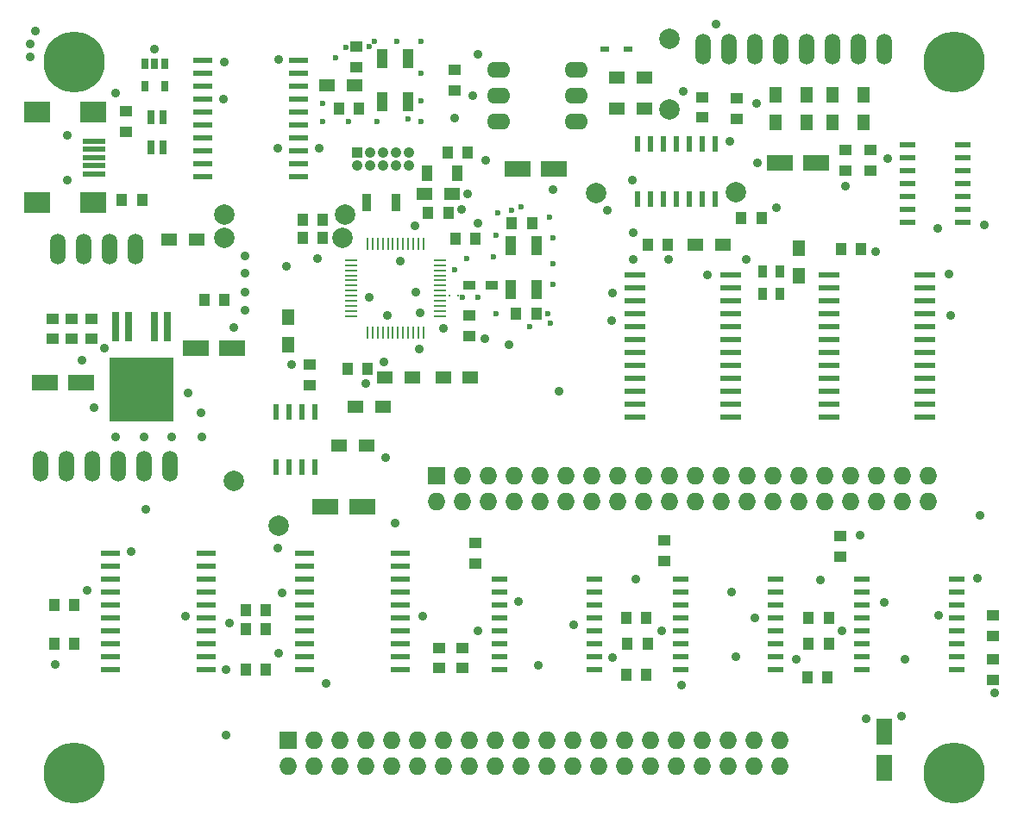
<source format=gbr>
G04 #@! TF.FileFunction,Soldermask,Bot*
%FSLAX46Y46*%
G04 Gerber Fmt 4.6, Leading zero omitted, Abs format (unit mm)*
G04 Created by KiCad (PCBNEW 4.0.2-4+6225~38~ubuntu15.04.1-stable) date Do 03 Mär 2016 01:00:01 CET*
%MOMM*%
G01*
G04 APERTURE LIST*
%ADD10C,0.150000*%
%ADD11R,0.600000X1.550000*%
%ADD12O,1.506220X3.014980*%
%ADD13R,2.000000X0.600000*%
%ADD14R,1.950000X0.600000*%
%ADD15R,2.600960X1.600200*%
%ADD16R,1.600200X2.600960*%
%ADD17R,1.000000X1.600000*%
%ADD18R,0.800000X3.000000*%
%ADD19R,6.300000X6.300000*%
%ADD20R,1.100000X1.900000*%
%ADD21R,1.500000X0.600000*%
%ADD22R,0.600000X1.500000*%
%ADD23O,2.286000X1.574800*%
%ADD24R,1.300000X0.250000*%
%ADD25R,0.250000X1.300000*%
%ADD26C,6.000000*%
%ADD27R,1.000000X1.250000*%
%ADD28R,1.250000X1.000000*%
%ADD29R,1.727200X1.727200*%
%ADD30O,1.727200X1.727200*%
%ADD31R,1.050000X1.050000*%
%ADD32C,1.050000*%
%ADD33R,0.650000X1.060000*%
%ADD34R,0.800000X1.400000*%
%ADD35R,1.200000X0.900000*%
%ADD36R,1.500000X1.300000*%
%ADD37R,1.300000X1.500000*%
%ADD38R,0.200000X0.200000*%
%ADD39R,2.301240X0.500380*%
%ADD40R,2.499360X1.998980*%
%ADD41C,0.899160*%
%ADD42R,0.900000X0.600000*%
%ADD43R,0.900000X1.700000*%
%ADD44R,0.900000X1.200000*%
%ADD45C,2.000000*%
%ADD46C,0.889000*%
%ADD47C,0.600000*%
G04 APERTURE END LIST*
D10*
D11*
X36322000Y-49944000D03*
X35052000Y-49944000D03*
X33782000Y-49944000D03*
X32512000Y-49944000D03*
X32512000Y-44544000D03*
X33782000Y-44544000D03*
X35052000Y-44544000D03*
X36322000Y-44544000D03*
D12*
X92202000Y-8890000D03*
X89662000Y-8890000D03*
X74422000Y-8890000D03*
X76962000Y-8890000D03*
X79502000Y-8890000D03*
X82042000Y-8890000D03*
X84582000Y-8890000D03*
X87122000Y-8890000D03*
X11049000Y-28575000D03*
X13589000Y-28575000D03*
X16129000Y-28575000D03*
X18669000Y-28575000D03*
D13*
X96140000Y-31115000D03*
X96140000Y-32385000D03*
X96140000Y-33655000D03*
X96140000Y-34925000D03*
X96140000Y-36195000D03*
X96140000Y-37465000D03*
X96140000Y-38735000D03*
X96140000Y-40005000D03*
X96140000Y-41275000D03*
X96140000Y-42545000D03*
X96140000Y-43815000D03*
X96140000Y-45085000D03*
X86740000Y-45085000D03*
X86740000Y-43815000D03*
X86740000Y-42545000D03*
X86740000Y-41275000D03*
X86740000Y-40005000D03*
X86740000Y-38735000D03*
X86740000Y-37465000D03*
X86740000Y-36195000D03*
X86740000Y-34925000D03*
X86740000Y-33655000D03*
X86740000Y-32385000D03*
X86740000Y-31115000D03*
D14*
X35305000Y-69850000D03*
X35305000Y-68580000D03*
X35305000Y-67310000D03*
X35305000Y-66040000D03*
X35305000Y-64770000D03*
X35305000Y-63500000D03*
X35305000Y-62230000D03*
X35305000Y-60960000D03*
X35305000Y-59690000D03*
X35305000Y-58420000D03*
X44705000Y-58420000D03*
X44705000Y-59690000D03*
X44705000Y-60960000D03*
X44705000Y-62230000D03*
X44705000Y-63500000D03*
X44705000Y-64770000D03*
X44705000Y-66040000D03*
X44705000Y-67310000D03*
X44705000Y-68580000D03*
X44705000Y-69850000D03*
D15*
X37315140Y-53848000D03*
X40916860Y-53848000D03*
D16*
X92201000Y-79524860D03*
X92201000Y-75923140D03*
D15*
X85493860Y-20066000D03*
X81892140Y-20066000D03*
D17*
X47268000Y-21082000D03*
X50268000Y-21082000D03*
D15*
X56174640Y-20637500D03*
X59776360Y-20637500D03*
X24563340Y-38252400D03*
X28165060Y-38252400D03*
D12*
X9398000Y-49911000D03*
X11938000Y-49911000D03*
X14478000Y-49911000D03*
X17018000Y-49911000D03*
X19558000Y-49911000D03*
X22098000Y-49911000D03*
D18*
X16763000Y-36195000D03*
X18033000Y-36195000D03*
X20573000Y-36195000D03*
D19*
X19303000Y-42322000D03*
D18*
X21843000Y-36195000D03*
D20*
X55499000Y-28219400D03*
X58039000Y-32486600D03*
X55499000Y-32486600D03*
X58039000Y-28219400D03*
D14*
X16255000Y-69850000D03*
X16255000Y-68580000D03*
X16255000Y-67310000D03*
X16255000Y-66040000D03*
X16255000Y-64770000D03*
X16255000Y-63500000D03*
X16255000Y-62230000D03*
X16255000Y-60960000D03*
X16255000Y-59690000D03*
X16255000Y-58420000D03*
X25655000Y-58420000D03*
X25655000Y-59690000D03*
X25655000Y-60960000D03*
X25655000Y-62230000D03*
X25655000Y-63500000D03*
X25655000Y-64770000D03*
X25655000Y-66040000D03*
X25655000Y-67310000D03*
X25655000Y-68580000D03*
X25655000Y-69850000D03*
D21*
X63705000Y-60960000D03*
X63705000Y-62230000D03*
X63705000Y-63500000D03*
X63705000Y-64770000D03*
X63705000Y-66040000D03*
X63705000Y-67310000D03*
X63705000Y-68580000D03*
X63705000Y-69850000D03*
X54405000Y-69850000D03*
X54405000Y-68580000D03*
X54405000Y-67310000D03*
X54405000Y-66040000D03*
X54405000Y-64770000D03*
X54405000Y-63500000D03*
X54405000Y-62230000D03*
X54405000Y-60960000D03*
X81485000Y-60960000D03*
X81485000Y-62230000D03*
X81485000Y-63500000D03*
X81485000Y-64770000D03*
X81485000Y-66040000D03*
X81485000Y-67310000D03*
X81485000Y-68580000D03*
X81485000Y-69850000D03*
X72185000Y-69850000D03*
X72185000Y-68580000D03*
X72185000Y-67310000D03*
X72185000Y-66040000D03*
X72185000Y-64770000D03*
X72185000Y-63500000D03*
X72185000Y-62230000D03*
X72185000Y-60960000D03*
X99265000Y-60960000D03*
X99265000Y-62230000D03*
X99265000Y-63500000D03*
X99265000Y-64770000D03*
X99265000Y-66040000D03*
X99265000Y-67310000D03*
X99265000Y-68580000D03*
X99265000Y-69850000D03*
X89965000Y-69850000D03*
X89965000Y-68580000D03*
X89965000Y-67310000D03*
X89965000Y-66040000D03*
X89965000Y-64770000D03*
X89965000Y-63500000D03*
X89965000Y-62230000D03*
X89965000Y-60960000D03*
D22*
X75565000Y-23655000D03*
X74295000Y-23655000D03*
X73025000Y-23655000D03*
X71755000Y-23655000D03*
X70485000Y-23655000D03*
X69215000Y-23655000D03*
X67945000Y-23655000D03*
X67945000Y-18255000D03*
X69215000Y-18255000D03*
X70485000Y-18255000D03*
X71755000Y-18255000D03*
X73025000Y-18255000D03*
X74295000Y-18255000D03*
X75565000Y-18255000D03*
D14*
X34672000Y-10033000D03*
X34672000Y-11303000D03*
X34672000Y-12573000D03*
X34672000Y-13843000D03*
X34672000Y-15113000D03*
X34672000Y-16383000D03*
X34672000Y-17653000D03*
X34672000Y-18923000D03*
X34672000Y-20193000D03*
X34672000Y-21463000D03*
X25272000Y-21463000D03*
X25272000Y-20193000D03*
X25272000Y-18923000D03*
X25272000Y-17653000D03*
X25272000Y-16383000D03*
X25272000Y-15113000D03*
X25272000Y-13843000D03*
X25272000Y-12573000D03*
X25272000Y-11303000D03*
X25272000Y-10033000D03*
D23*
X61976000Y-10922000D03*
X61976000Y-13462000D03*
X61976000Y-16002000D03*
X54356000Y-16002000D03*
X54356000Y-13462000D03*
X54356000Y-10922000D03*
D13*
X77090000Y-31115000D03*
X77090000Y-32385000D03*
X77090000Y-33655000D03*
X77090000Y-34925000D03*
X77090000Y-36195000D03*
X77090000Y-37465000D03*
X77090000Y-38735000D03*
X77090000Y-40005000D03*
X77090000Y-41275000D03*
X77090000Y-42545000D03*
X77090000Y-43815000D03*
X77090000Y-45085000D03*
X67690000Y-45085000D03*
X67690000Y-43815000D03*
X67690000Y-42545000D03*
X67690000Y-41275000D03*
X67690000Y-40005000D03*
X67690000Y-38735000D03*
X67690000Y-37465000D03*
X67690000Y-36195000D03*
X67690000Y-34925000D03*
X67690000Y-33655000D03*
X67690000Y-32385000D03*
X67690000Y-31115000D03*
D20*
X42926000Y-9804400D03*
X45466000Y-14071600D03*
X42926000Y-14071600D03*
X45466000Y-9804400D03*
D24*
X48546000Y-29635000D03*
X48546000Y-30135000D03*
X48546000Y-30635000D03*
X48546000Y-31135000D03*
X48546000Y-31635000D03*
X48546000Y-32135000D03*
X48546000Y-32635000D03*
X48546000Y-33135000D03*
X48546000Y-33635000D03*
X48546000Y-34135000D03*
X48546000Y-34635000D03*
X48546000Y-35135000D03*
D25*
X46946000Y-36735000D03*
X46446000Y-36735000D03*
X45946000Y-36735000D03*
X45446000Y-36735000D03*
X44946000Y-36735000D03*
X44446000Y-36735000D03*
X43946000Y-36735000D03*
X43446000Y-36735000D03*
X42946000Y-36735000D03*
X42446000Y-36735000D03*
X41946000Y-36735000D03*
X41446000Y-36735000D03*
D24*
X39846000Y-35135000D03*
X39846000Y-34635000D03*
X39846000Y-34135000D03*
X39846000Y-33635000D03*
X39846000Y-33135000D03*
X39846000Y-32635000D03*
X39846000Y-32135000D03*
X39846000Y-31635000D03*
X39846000Y-31135000D03*
X39846000Y-30635000D03*
X39846000Y-30135000D03*
X39846000Y-29635000D03*
D25*
X41446000Y-28035000D03*
X41946000Y-28035000D03*
X42446000Y-28035000D03*
X42946000Y-28035000D03*
X43446000Y-28035000D03*
X43946000Y-28035000D03*
X44446000Y-28035000D03*
X44946000Y-28035000D03*
X45446000Y-28035000D03*
X45946000Y-28035000D03*
X46446000Y-28035000D03*
X46946000Y-28035000D03*
D26*
X12700000Y-10160000D03*
X99060000Y-10160000D03*
X99059000Y-80010000D03*
X12699000Y-80010000D03*
D27*
X35068000Y-27432000D03*
X37068000Y-27432000D03*
D28*
X40386000Y-10652000D03*
X40386000Y-8652000D03*
D27*
X40624000Y-14732000D03*
X38624000Y-14732000D03*
D28*
X102870000Y-70850000D03*
X102870000Y-68850000D03*
D27*
X84598000Y-70612000D03*
X86598000Y-70612000D03*
D28*
X90805000Y-20812000D03*
X90805000Y-18812000D03*
D27*
X55603900Y-25984200D03*
X57603900Y-25984200D03*
X58023000Y-34925000D03*
X56023000Y-34925000D03*
D28*
X77724000Y-15732000D03*
X77724000Y-13732000D03*
X50038000Y-12938000D03*
X50038000Y-10938000D03*
X102869000Y-66532000D03*
X102869000Y-64532000D03*
D27*
X87899000Y-28575000D03*
X89899000Y-28575000D03*
X39487600Y-40309800D03*
X41487600Y-40309800D03*
X68818000Y-70358000D03*
X66818000Y-70358000D03*
X84725000Y-64770000D03*
X86725000Y-64770000D03*
X66818000Y-64770000D03*
X68818000Y-64770000D03*
D28*
X51460400Y-37068000D03*
X51460400Y-35068000D03*
D27*
X47387000Y-25019000D03*
X49387000Y-25019000D03*
X84725000Y-67310000D03*
X86725000Y-67310000D03*
D28*
X50800000Y-67707000D03*
X50800000Y-69707000D03*
X52070000Y-59420000D03*
X52070000Y-57420000D03*
X35814000Y-41894000D03*
X35814000Y-39894000D03*
D27*
X66945000Y-67310000D03*
X68945000Y-67310000D03*
D28*
X87884000Y-58759600D03*
X87884000Y-56759600D03*
D27*
X78121000Y-25527000D03*
X80121000Y-25527000D03*
X12684000Y-63500000D03*
X10684000Y-63500000D03*
X50054000Y-27559000D03*
X52054000Y-27559000D03*
D28*
X48514000Y-69707000D03*
X48514000Y-67707000D03*
D27*
X31479000Y-65913000D03*
X29479000Y-65913000D03*
X12684000Y-67310000D03*
X10684000Y-67310000D03*
X29480000Y-69850000D03*
X31480000Y-69850000D03*
X68951600Y-28092400D03*
X70951600Y-28092400D03*
D28*
X70612000Y-59166000D03*
X70612000Y-57166000D03*
D29*
X33655000Y-76835000D03*
D30*
X33655000Y-79375000D03*
X36195000Y-76835000D03*
X36195000Y-79375000D03*
X38735000Y-76835000D03*
X38735000Y-79375000D03*
X41275000Y-76835000D03*
X41275000Y-79375000D03*
X43815000Y-76835000D03*
X43815000Y-79375000D03*
X46355000Y-76835000D03*
X46355000Y-79375000D03*
X48895000Y-76835000D03*
X48895000Y-79375000D03*
X51435000Y-76835000D03*
X51435000Y-79375000D03*
X53975000Y-76835000D03*
X53975000Y-79375000D03*
X56515000Y-76835000D03*
X56515000Y-79375000D03*
X59055000Y-76835000D03*
X59055000Y-79375000D03*
X61595000Y-76835000D03*
X61595000Y-79375000D03*
X64135000Y-76835000D03*
X64135000Y-79375000D03*
X66675000Y-76835000D03*
X66675000Y-79375000D03*
X69215000Y-76835000D03*
X69215000Y-79375000D03*
X71755000Y-76835000D03*
X71755000Y-79375000D03*
X74295000Y-76835000D03*
X74295000Y-79375000D03*
X76835000Y-76835000D03*
X76835000Y-79375000D03*
X79375000Y-76835000D03*
X79375000Y-79375000D03*
X81915000Y-76835000D03*
X81915000Y-79375000D03*
D29*
X48260000Y-50800000D03*
D30*
X48260000Y-53340000D03*
X50800000Y-50800000D03*
X50800000Y-53340000D03*
X53340000Y-50800000D03*
X53340000Y-53340000D03*
X55880000Y-50800000D03*
X55880000Y-53340000D03*
X58420000Y-50800000D03*
X58420000Y-53340000D03*
X60960000Y-50800000D03*
X60960000Y-53340000D03*
X63500000Y-50800000D03*
X63500000Y-53340000D03*
X66040000Y-50800000D03*
X66040000Y-53340000D03*
X68580000Y-50800000D03*
X68580000Y-53340000D03*
X71120000Y-50800000D03*
X71120000Y-53340000D03*
X73660000Y-50800000D03*
X73660000Y-53340000D03*
X76200000Y-50800000D03*
X76200000Y-53340000D03*
X78740000Y-50800000D03*
X78740000Y-53340000D03*
X81280000Y-50800000D03*
X81280000Y-53340000D03*
X83820000Y-50800000D03*
X83820000Y-53340000D03*
X86360000Y-50800000D03*
X86360000Y-53340000D03*
X88900000Y-50800000D03*
X88900000Y-53340000D03*
X91440000Y-50800000D03*
X91440000Y-53340000D03*
X93980000Y-50800000D03*
X93980000Y-53340000D03*
X96520000Y-50800000D03*
X96520000Y-53340000D03*
D31*
X40436800Y-19050000D03*
D32*
X41706800Y-19050000D03*
X42976800Y-19050000D03*
X44246800Y-19050000D03*
X45516800Y-19050000D03*
X41706800Y-20320000D03*
X42976800Y-20320000D03*
X44246800Y-20320000D03*
X45516800Y-20320000D03*
X40436800Y-20320000D03*
D28*
X10565400Y-37372800D03*
X10565400Y-35372800D03*
D15*
X9755140Y-41656000D03*
X13356860Y-41656000D03*
D27*
X19351500Y-23685500D03*
X17351500Y-23685500D03*
D28*
X17780000Y-17002000D03*
X17780000Y-15002000D03*
D33*
X19624000Y-10330000D03*
X20574000Y-10330000D03*
X21524000Y-10330000D03*
X21524000Y-12530000D03*
X19624000Y-12530000D03*
D34*
X21364500Y-18581500D03*
X20164500Y-15581500D03*
X20164500Y-18581500D03*
X21364500Y-15581500D03*
D35*
X51478000Y-32131000D03*
X53678000Y-32131000D03*
D28*
X12445000Y-37372800D03*
X12445000Y-35372800D03*
X14324600Y-37372800D03*
X14324600Y-35372800D03*
D27*
X37068000Y-25654000D03*
X35068000Y-25654000D03*
X25415000Y-33528000D03*
X27415000Y-33528000D03*
D36*
X22017000Y-27635200D03*
X24717000Y-27635200D03*
X37512000Y-12446000D03*
X40212000Y-12446000D03*
X45850800Y-41198800D03*
X43150800Y-41198800D03*
X43005000Y-44069000D03*
X40305000Y-44069000D03*
X48865800Y-41122600D03*
X51565800Y-41122600D03*
X68660000Y-11684000D03*
X65960000Y-11684000D03*
X47037000Y-23114000D03*
X49737000Y-23114000D03*
X65960000Y-14732000D03*
X68660000Y-14732000D03*
D37*
X84582000Y-13382000D03*
X84582000Y-16082000D03*
X90170000Y-13382000D03*
X90170000Y-16082000D03*
X81534000Y-13382000D03*
X81534000Y-16082000D03*
X87122000Y-13382000D03*
X87122000Y-16082000D03*
X33655000Y-35226000D03*
X33655000Y-37926000D03*
D36*
X76330800Y-28092400D03*
X73630800Y-28092400D03*
D37*
X83819000Y-28495000D03*
X83819000Y-31195000D03*
D38*
X49511000Y-33134300D03*
X50311000Y-33134300D03*
D39*
X14624320Y-21158200D03*
X14624320Y-20358100D03*
X14624320Y-19558000D03*
X14624320Y-18757900D03*
X14624320Y-17957800D03*
D40*
X14525260Y-24008080D03*
X9026160Y-24008080D03*
X14525260Y-15107920D03*
X9026160Y-15107920D03*
D41*
X12025900Y-21757640D03*
X12025900Y-17358360D03*
D36*
X38655000Y-47879000D03*
X41355000Y-47879000D03*
D42*
X67056000Y-8890000D03*
X64770000Y-8890000D03*
D21*
X99855000Y-18288000D03*
X99855000Y-19558000D03*
X99855000Y-20828000D03*
X99855000Y-22098000D03*
X99855000Y-23368000D03*
X99855000Y-24638000D03*
X99855000Y-25908000D03*
X94455000Y-25908000D03*
X94455000Y-24638000D03*
X94455000Y-23368000D03*
X94455000Y-22098000D03*
X94455000Y-20828000D03*
X94455000Y-19558000D03*
X94455000Y-18288000D03*
D27*
X49292000Y-19050000D03*
X51292000Y-19050000D03*
D28*
X88392000Y-18812000D03*
X88392000Y-20812000D03*
X74320400Y-13630400D03*
X74320400Y-15630400D03*
D43*
X41374400Y-23977600D03*
X44274400Y-23977600D03*
D27*
X31479000Y-64008000D03*
X29479000Y-64008000D03*
D44*
X81914000Y-30777000D03*
X81914000Y-32977000D03*
X80263000Y-32977000D03*
X80263000Y-30777000D03*
D45*
X38989000Y-27432000D03*
X27368500Y-27432000D03*
X28321000Y-51308000D03*
X32766000Y-55753000D03*
D46*
X32638000Y-18669000D03*
X36702000Y-18669000D03*
X27304000Y-13843000D03*
X32765000Y-9906000D03*
D45*
X77597000Y-22987000D03*
X63906400Y-23012400D03*
D46*
X27558000Y-76327000D03*
X27558000Y-69850000D03*
X52933600Y-37388800D03*
X88392000Y-22352000D03*
X92518500Y-19685000D03*
X65467500Y-68643500D03*
X61721000Y-65468500D03*
X58228500Y-69469000D03*
X56260000Y-63182500D03*
X27939000Y-65278000D03*
X33082500Y-62293500D03*
X23557500Y-64579500D03*
X32766000Y-68262500D03*
X37400500Y-71247000D03*
X43242500Y-49022000D03*
X60260500Y-42545000D03*
X98678000Y-35052000D03*
X77024500Y-17970500D03*
X75691000Y-6413500D03*
X50037000Y-15684500D03*
X72452500Y-13017500D03*
X46609000Y-34798000D03*
X46544500Y-38354000D03*
X67563000Y-29591000D03*
X67563000Y-26924000D03*
X65404000Y-35560000D03*
X65531000Y-32893000D03*
X81584800Y-24485600D03*
X46862000Y-64643000D03*
X93852000Y-74422000D03*
X91312000Y-28829000D03*
X79628000Y-14224000D03*
X59689000Y-22733000D03*
X52323000Y-26035000D03*
X55371000Y-37973000D03*
X65023000Y-24765000D03*
X51307000Y-23114000D03*
X50672000Y-24638000D03*
X53085000Y-19812000D03*
X78612000Y-29591000D03*
X41655000Y-33274000D03*
X44703000Y-29718000D03*
X46100000Y-26289000D03*
X94233000Y-68834000D03*
X90423000Y-74676000D03*
X101346000Y-60909200D03*
X102971600Y-72136000D03*
X28294600Y-36271200D03*
X29412200Y-34544000D03*
X29412200Y-32766000D03*
X29412200Y-30937200D03*
X29412200Y-29210000D03*
X13410200Y-39471600D03*
X14578600Y-44094400D03*
X16763000Y-47040800D03*
X19557000Y-47040800D03*
X22249400Y-46990000D03*
X25195800Y-47040800D03*
X25145000Y-44653200D03*
X23824200Y-42672000D03*
X74802000Y-31115000D03*
X10794000Y-69342000D03*
X19684000Y-54102000D03*
X13969000Y-62103000D03*
X97535000Y-64516000D03*
X77596000Y-68580000D03*
X79501000Y-64770000D03*
X72262000Y-71374000D03*
X77215000Y-62230000D03*
X43434000Y-35052000D03*
X44196000Y-55499000D03*
X34036000Y-39878000D03*
X51816000Y-13462000D03*
X52324000Y-9398000D03*
X16764000Y-13208000D03*
X20573000Y-8890000D03*
X27432000Y-10160000D03*
X48894000Y-36322000D03*
X79756000Y-20066000D03*
X67436000Y-21780500D03*
X70992000Y-29591000D03*
X97409000Y-26543000D03*
X101981000Y-26162000D03*
X41275000Y-41783000D03*
X98552000Y-30988000D03*
X33528000Y-30226000D03*
X36576000Y-29464000D03*
X43027600Y-39598600D03*
X46228000Y-32766000D03*
X101600000Y-54737000D03*
X92202000Y-63246000D03*
X89789000Y-56642000D03*
X52273200Y-66040000D03*
X18288000Y-58293000D03*
X32613600Y-57962800D03*
X70358000Y-66040000D03*
X67817000Y-60960000D03*
X85914500Y-61087000D03*
X83566000Y-68834000D03*
X87995000Y-66040000D03*
X8889000Y-7112000D03*
X8381000Y-8382000D03*
X8381000Y-9652000D03*
D45*
X71056500Y-14795500D03*
X71120000Y-7874000D03*
D46*
X15645400Y-38303200D03*
D45*
X39243000Y-25146000D03*
X27381200Y-25196800D03*
D47*
X50800000Y-33274000D03*
X53848000Y-29337000D03*
X54102000Y-27178000D03*
X59436000Y-35814000D03*
X54102000Y-34925000D03*
X57404000Y-36195000D03*
X59182000Y-34925000D03*
X59690000Y-32004000D03*
X59690000Y-29972000D03*
X59690000Y-27432000D03*
X59309000Y-25400000D03*
X56515000Y-24384000D03*
X54229000Y-25019000D03*
X51181000Y-29464000D03*
X50038000Y-30607000D03*
X52324000Y-33274000D03*
X55626000Y-24765000D03*
X39370000Y-8763000D03*
X42164000Y-8128000D03*
X41656000Y-8636000D03*
X44323000Y-8128000D03*
X37084000Y-14224000D03*
X46736000Y-11303000D03*
X46736000Y-13970000D03*
X46736000Y-16002000D03*
X39624000Y-16002000D03*
X37084000Y-16002000D03*
X42418000Y-16002000D03*
X46736000Y-8128000D03*
X38354000Y-9779000D03*
X45466000Y-15748000D03*
M02*

</source>
